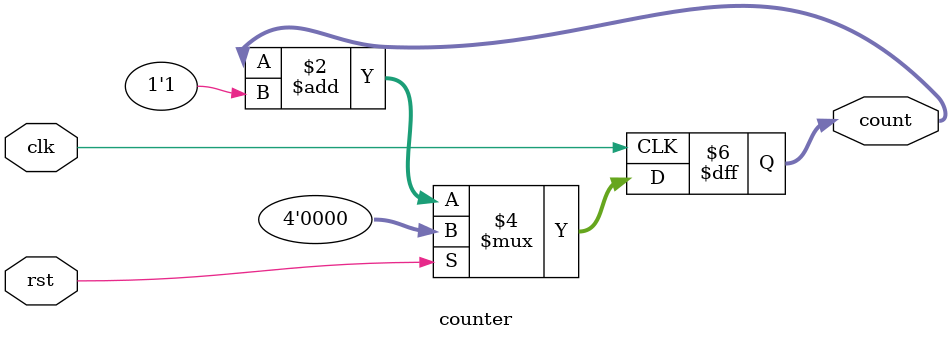
<source format=sv>
module counter
#(
    parameter BIT_WIDTH=4
)
(
    clk, rst, count
);

input logic clk, rst;
output logic [3:0] count;

always_ff @(posedge clk) begin
    if (rst)
        count <= 4'b0;
    else begin
        count <= count + 1'b1;
    end
end

endmodule
</source>
